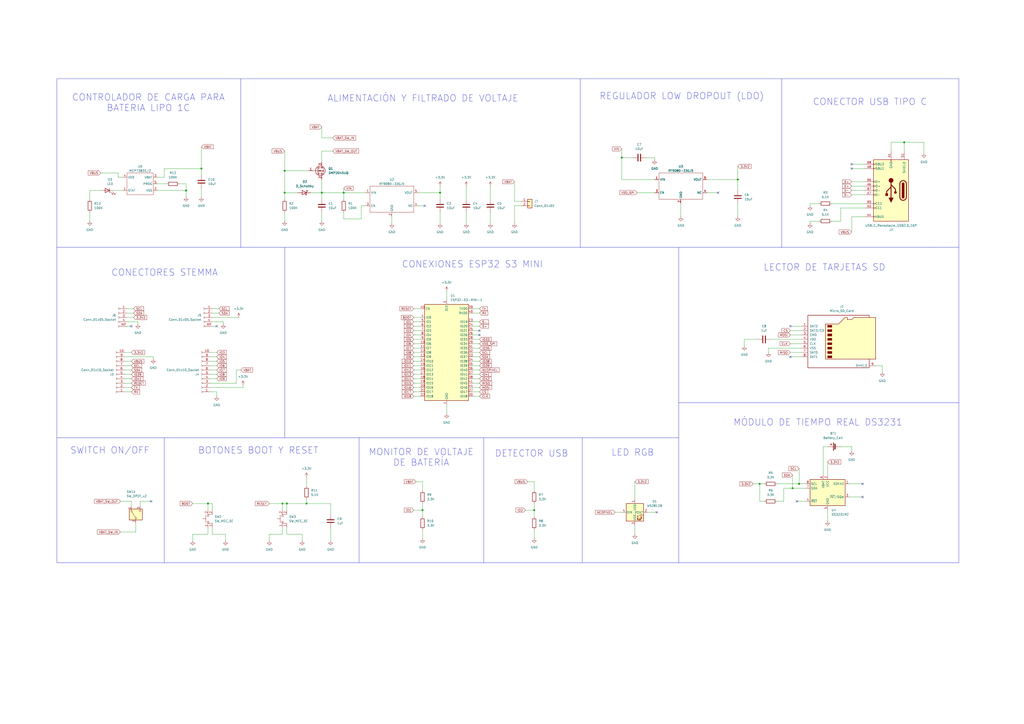
<source format=kicad_sch>
(kicad_sch (version 20231120) (generator "eeschema") (generator_version "8.0")
  (paper "A2")
  (lib_symbols
    (symbol "Bee-Data-Logger-library:MCP73831/2"
      (property "Reference" "U" (at 0 8.128 0))
      (symbol "MCP73831/2_1_1"
        (pin input line (at -10.16 -3.81 0) (length 2.54) (name "STAT") (number "1"))
        (pin input line (at 10.16 -3.81 180) (length 2.54) (name "VSS") (number "2"))
        (pin input line (at 10.16 3.81 180) (length 2.54) (name "VBAT") (number "3"))
        (pin input line (at -10.16 3.81 0) (length 2.54) (name "VDD") (number "4"))
        (pin input line (at 10.16 0 180) (length 2.54) (name "PROG") (number "5"))
      )
    )
    (symbol "Bee-Data-Logger-library:rt9080-33GJ5"
      (property "Reference" "U" (at 0 1.524 0))
      (symbol "rt9080-33GJ5_1_1"
        (pin input line (at -15.24 3.81 0) (length 2.54) (name "VIN") (number "1"))
        (pin input line (at 0 -10.16 90) (length 2.54) (name "GND") (number "2"))
        (pin input line (at -15.24 -3.81 0) (length 2.54) (name "EN") (number "3"))
        (pin input line (at 15.24 -3.81 180) (length 2.54) (name "NC") (number "4"))
        (pin input line (at 15.24 3.81 180) (length 2.54) (name "VOUT") (number "5"))
      )
    )
    (symbol "Conn_01x05_Socket_1" (pin_names (offset 1.016) hide)
      (property "Reference" "J8" (at 1.27 1.2701 0))
      (property "Value" "Conn_01x05_Socket" (at 1.27 -1.2699 0))
      (symbol "Conn_01x05_Socket_1_1_1"
        (pin passive line (at -5.08 5.08 0) (length 3.81) (name "Pin_1") (number "1"))
        (pin passive line (at -5.08 2.54 0) (length 3.81) (name "Pin_2") (number "2"))
        (pin passive line (at -5.08 0 0) (length 3.81) (name "Pin_3") (number "3"))
        (pin passive line (at -5.08 -2.54 0) (length 3.81) (name "Pin_4") (number "4"))
        (pin passive line (at -5.08 -5.08 0) (length 3.81) (name "Pin_5") (number "MP"))
      )
    )
    (symbol "Connector:Conn_01x05_Socket" (pin_names (offset 1.016) hide)
      (property "Reference" "J5" (at 1.27 1.2701 0))
      (property "Value" "Conn_01x05_Socket" (at 1.27 -1.2699 0))
      (symbol "Conn_01x05_Socket_1_1"
        (pin passive line (at -5.08 5.08 0) (length 3.81) (name "Pin_1") (number "1"))
        (pin passive line (at -5.08 2.54 0) (length 3.81) (name "Pin_2") (number "2"))
        (pin passive line (at -5.08 0 0) (length 3.81) (name "Pin_3") (number "3"))
        (pin passive line (at -5.08 -2.54 0) (length 3.81) (name "Pin_4") (number "4"))
        (pin passive line (at -5.08 -5.08 0) (length 3.81) (name "Pin_5") (number "MP"))
      )
    )
    (symbol "Connector:Conn_01x10_Socket" (pin_names (offset 1.016) hide)
      (property "Reference" "J" (at 0 12.7 0))
      (property "Value" "Conn_01x10_Socket" (at 0 -15.24 0))
      (symbol "Conn_01x10_Socket_1_1"
        (pin passive line (at -5.08 10.16 0) (length 3.81) (name "Pin_1") (number "1"))
        (pin passive line (at -5.08 -12.7 0) (length 3.81) (name "Pin_10") (number "10"))
        (pin passive line (at -5.08 7.62 0) (length 3.81) (name "Pin_2") (number "2"))
        (pin passive line (at -5.08 5.08 0) (length 3.81) (name "Pin_3") (number "3"))
        (pin passive line (at -5.08 2.54 0) (length 3.81) (name "Pin_4") (number "4"))
        (pin passive line (at -5.08 0 0) (length 3.81) (name "Pin_5") (number "5"))
        (pin passive line (at -5.08 -2.54 0) (length 3.81) (name "Pin_6") (number "6"))
        (pin passive line (at -5.08 -5.08 0) (length 3.81) (name "Pin_7") (number "7"))
        (pin passive line (at -5.08 -7.62 0) (length 3.81) (name "Pin_8") (number "8"))
        (pin passive line (at -5.08 -10.16 0) (length 3.81) (name "Pin_9") (number "9"))
      )
    )
    (symbol "Connector:Micro_SD_Card" (pin_names (offset 1.016))
      (property "Reference" "J" (at -16.51 15.24 0))
      (property "Value" "Micro_SD_Card" (at 16.51 15.24 0))
      (symbol "Micro_SD_Card_1_1"
        (pin bidirectional line (at -22.86 7.62 0) (length 3.81) (name "DAT2") (number "1"))
        (pin bidirectional line (at -22.86 5.08 0) (length 3.81) (name "DAT3/CD") (number "2"))
        (pin input line (at -22.86 2.54 0) (length 3.81) (name "CMD") (number "3"))
        (pin power_in line (at -22.86 0 0) (length 3.81) (name "VDD") (number "4"))
        (pin input line (at -22.86 -2.54 0) (length 3.81) (name "CLK") (number "5"))
        (pin power_in line (at -22.86 -5.08 0) (length 3.81) (name "VSS") (number "6"))
        (pin bidirectional line (at -22.86 -7.62 0) (length 3.81) (name "DAT0") (number "7"))
        (pin bidirectional line (at -22.86 -10.16 0) (length 3.81) (name "DAT1") (number "8"))
        (pin passive line (at 20.32 -15.24 180) (length 3.81) (name "SHIELD") (number "9"))
      )
    )
    (symbol "Connector:USB_C_Receptacle_USB2.0_16P" (pin_names (offset 1.016))
      (property "Reference" "J" (at 0 22.225 0))
      (property "Value" "USB_C_Receptacle_USB2.0_16P" (at 0 19.685 0))
      (symbol "USB_C_Receptacle_USB2.0_16P_1_1"
        (pin passive line (at 0 -22.86 90) (length 5.08) (name "GND") (number "A1"))
        (pin passive line (at 0 -22.86 90) (length 5.08) hide (name "GND") (number "A12"))
        (pin passive line (at 15.24 15.24 180) (length 5.08) (name "VBUS") (number "A4"))
        (pin bidirectional line (at 15.24 10.16 180) (length 5.08) (name "CC1") (number "A5"))
        (pin bidirectional line (at 15.24 -2.54 180) (length 5.08) (name "D+") (number "A6"))
        (pin bidirectional line (at 15.24 2.54 180) (length 5.08) (name "D-") (number "A7"))
        (pin bidirectional line (at 15.24 -12.7 180) (length 5.08) (name "SBU1") (number "A8"))
        (pin passive line (at 15.24 15.24 180) (length 5.08) hide (name "VBUS") (number "A9"))
        (pin passive line (at 0 -22.86 90) (length 5.08) hide (name "GND") (number "B1"))
        (pin passive line (at 0 -22.86 90) (length 5.08) hide (name "GND") (number "B12"))
        (pin passive line (at 15.24 15.24 180) (length 5.08) hide (name "VBUS") (number "B4"))
        (pin bidirectional line (at 15.24 7.62 180) (length 5.08) (name "CC2") (number "B5"))
        (pin bidirectional line (at 15.24 -5.08 180) (length 5.08) (name "D+") (number "B6"))
        (pin bidirectional line (at 15.24 0 180) (length 5.08) (name "D-") (number "B7"))
        (pin bidirectional line (at 15.24 -15.24 180) (length 5.08) (name "SBU2") (number "B8"))
        (pin passive line (at 15.24 15.24 180) (length 5.08) hide (name "VBUS") (number "B9"))
        (pin passive line (at -7.62 -22.86 90) (length 5.08) (name "SHIELD") (number "S1"))
      )
    )
    (symbol "Connector_Generic:Conn_01x02" (pin_names (offset 1.016) hide)
      (property "Reference" "J" (at 0 2.54 0))
      (property "Value" "Conn_01x02" (at 0 -5.08 0))
      (symbol "Conn_01x02_1_1"
        (pin passive line (at -5.08 0 0) (length 3.81) (name "Pin_1") (number "1"))
        (pin passive line (at -5.08 -2.54 0) (length 3.81) (name "Pin_2") (number "2"))
      )
    )
    (symbol "Device:Battery_Cell" (pin_numbers hide) (pin_names (offset 0) hide)
      (property "Reference" "BT" (at 2.54 2.54 0))
      (property "Value" "Battery_Cell" (at 2.54 0 0))
      (symbol "Battery_Cell_1_1"
        (pin passive line (at 0 5.08 270) (length 2.54) (name "+") (number "1"))
        (pin passive line (at 0 -2.54 90) (length 2.54) (name "-") (number "2"))
      )
    )
    (symbol "Device:C" (pin_numbers hide) (pin_names (offset 0.254))
      (property "Reference" "C" (at 0.635 2.54 0))
      (property "Value" "C" (at 0.635 -2.54 0))
      (symbol "C_1_1"
        (pin passive line (at 0 3.81 270) (length 2.794) (name "~") (number "1"))
        (pin passive line (at 0 -3.81 90) (length 2.794) (name "~") (number "2"))
      )
    )
    (symbol "Device:D_Schottky" (pin_numbers hide) (pin_names (offset 1.016) hide)
      (property "Reference" "D" (at 0 2.54 0))
      (property "Value" "D_Schottky" (at 0 -2.54 0))
      (symbol "D_Schottky_1_1"
        (pin passive line (at -3.81 0 0) (length 2.54) (name "K") (number "1"))
        (pin passive line (at 3.81 0 180) (length 2.54) (name "A") (number "2"))
      )
    )
    (symbol "Device:LED" (pin_numbers hide) (pin_names (offset 1.016) hide)
      (property "Reference" "D" (at 0 2.54 0))
      (property "Value" "LED" (at 0 -2.54 0))
      (symbol "LED_1_1"
        (pin passive line (at -3.81 0 0) (length 2.54) (name "K") (number "1"))
        (pin passive line (at 3.81 0 180) (length 2.54) (name "A") (number "2"))
      )
    )
    (symbol "Device:R" (pin_numbers hide) (pin_names (offset 0))
      (property "Reference" "R" (at 2.032 0 90))
      (property "Value" "R" (at 0 0 90))
      (symbol "R_1_1"
        (pin passive line (at 0 3.81 270) (length 1.27) (name "~") (number "1"))
        (pin passive line (at 0 -3.81 90) (length 1.27) (name "~") (number "2"))
      )
    )
    (symbol "LED:WS2812B" (pin_names (offset 0.254))
      (property "Reference" "D" (at 5.08 5.715 0))
      (property "Value" "WS2812B" (at 1.27 -5.715 0))
      (symbol "WS2812B_0_0"
        (text "RGB" (at 2.286 -4.191 0) (effects (font (size 0.762 0.762))))
      )
      (symbol "WS2812B_1_1"
        (pin power_in line (at 0 7.62 270) (length 2.54) (name "VDD") (number "1"))
        (pin output line (at 7.62 0 180) (length 2.54) (name "DOUT") (number "2"))
        (pin power_in line (at 0 -7.62 90) (length 2.54) (name "VSS") (number "3"))
        (pin input line (at -7.62 0 0) (length 2.54) (name "DIN") (number "4"))
      )
    )
    (symbol "RF_Module:ESP32-S3-MINI-1"
      (property "Reference" "U" (at -11.43 29.21 0))
      (property "Value" "ESP32-S3-MINI-1" (at 12.7 29.21 0))
      (symbol "ESP32-S3-MINI-1_1_1"
        (pin power_in line (at 0 -30.48 90) (length 2.54) (name "GND") (number "1"))
        (pin bidirectional line (at -15.24 5.08 0) (length 2.54) (name "IO6") (number "10"))
        (pin bidirectional line (at -15.24 2.54 0) (length 2.54) (name "IO7") (number "11"))
        (pin bidirectional line (at -15.24 0 0) (length 2.54) (name "IO8") (number "12"))
        (pin bidirectional line (at -15.24 -2.54 0) (length 2.54) (name "IO9") (number "13"))
        (pin bidirectional line (at -15.24 -5.08 0) (length 2.54) (name "IO10") (number "14"))
        (pin bidirectional line (at -15.24 -7.62 0) (length 2.54) (name "IO11") (number "15"))
        (pin bidirectional line (at -15.24 -10.16 0) (length 2.54) (name "IO12") (number "16"))
        (pin bidirectional line (at -15.24 -12.7 0) (length 2.54) (name "IO13") (number "17"))
        (pin bidirectional line (at -15.24 -15.24 0) (length 2.54) (name "IO14") (number "18"))
        (pin bidirectional line (at -15.24 -17.78 0) (length 2.54) (name "IO15") (number "19"))
        (pin passive line (at 0 -30.48 90) (length 2.54) hide (name "GND") (number "2"))
        (pin bidirectional line (at -15.24 -20.32 0) (length 2.54) (name "IO16") (number "20"))
        (pin bidirectional line (at -15.24 -22.86 0) (length 2.54) (name "IO17") (number "21"))
        (pin bidirectional line (at -15.24 -25.4 0) (length 2.54) (name "IO18") (number "22"))
        (pin bidirectional line (at 15.24 17.78 180) (length 2.54) (name "IO19") (number "23"))
        (pin bidirectional line (at 15.24 15.24 180) (length 2.54) (name "IO20") (number "24"))
        (pin bidirectional line (at 15.24 12.7 180) (length 2.54) (name "IO21") (number "25"))
        (pin bidirectional line (at 15.24 10.16 180) (length 2.54) (name "IO26") (number "26"))
        (pin bidirectional line (at 15.24 -22.86 180) (length 2.54) (name "IO47") (number "27"))
        (pin bidirectional line (at 15.24 7.62 180) (length 2.54) (name "IO33") (number "28"))
        (pin bidirectional line (at 15.24 5.08 180) (length 2.54) (name "IO34") (number "29"))
        (pin power_in line (at 0 30.48 270) (length 2.54) (name "3V3") (number "3"))
        (pin bidirectional line (at 15.24 -25.4 180) (length 2.54) (name "IO48") (number "30"))
        (pin bidirectional line (at 15.24 2.54 180) (length 2.54) (name "IO35") (number "31"))
        (pin bidirectional line (at 15.24 0 180) (length 2.54) (name "IO36") (number "32"))
        (pin bidirectional line (at 15.24 -2.54 180) (length 2.54) (name "IO37") (number "33"))
        (pin bidirectional line (at 15.24 -5.08 180) (length 2.54) (name "IO38") (number "34"))
        (pin bidirectional line (at 15.24 -7.62 180) (length 2.54) (name "IO39") (number "35"))
        (pin bidirectional line (at 15.24 -10.16 180) (length 2.54) (name "IO40") (number "36"))
        (pin bidirectional line (at 15.24 -12.7 180) (length 2.54) (name "IO41") (number "37"))
        (pin bidirectional line (at 15.24 -15.24 180) (length 2.54) (name "IO42") (number "38"))
        (pin bidirectional line (at 15.24 25.4 180) (length 2.54) (name "TXD0") (number "39"))
        (pin bidirectional line (at -15.24 20.32 0) (length 2.54) (name "IO0") (number "4"))
        (pin bidirectional line (at 15.24 22.86 180) (length 2.54) (name "RXD0") (number "40"))
        (pin bidirectional line (at 15.24 -17.78 180) (length 2.54) (name "IO45") (number "41"))
        (pin passive line (at 0 -30.48 90) (length 2.54) hide (name "GND") (number "42"))
        (pin passive line (at 0 -30.48 90) (length 2.54) hide (name "GND") (number "43"))
        (pin bidirectional line (at 15.24 -20.32 180) (length 2.54) (name "IO46") (number "44"))
        (pin input line (at -15.24 25.4 0) (length 2.54) (name "EN") (number "45"))
        (pin passive line (at 0 -30.48 90) (length 2.54) hide (name "GND") (number "46"))
        (pin passive line (at 0 -30.48 90) (length 2.54) hide (name "GND") (number "47"))
        (pin passive line (at 0 -30.48 90) (length 2.54) hide (name "GND") (number "48"))
        (pin passive line (at 0 -30.48 90) (length 2.54) hide (name "GND") (number "49"))
        (pin bidirectional line (at -15.24 17.78 0) (length 2.54) (name "IO1") (number "5"))
        (pin passive line (at 0 -30.48 90) (length 2.54) hide (name "GND") (number "50"))
        (pin passive line (at 0 -30.48 90) (length 2.54) hide (name "GND") (number "51"))
        (pin passive line (at 0 -30.48 90) (length 2.54) hide (name "GND") (number "52"))
        (pin passive line (at 0 -30.48 90) (length 2.54) hide (name "GND") (number "53"))
        (pin passive line (at 0 -30.48 90) (length 2.54) hide (name "GND") (number "54"))
        (pin passive line (at 0 -30.48 90) (length 2.54) hide (name "GND") (number "55"))
        (pin passive line (at 0 -30.48 90) (length 2.54) hide (name "GND") (number "56"))
        (pin passive line (at 0 -30.48 90) (length 2.54) hide (name "GND") (number "57"))
        (pin passive line (at 0 -30.48 90) (length 2.54) hide (name "GND") (number "58"))
        (pin passive line (at 0 -30.48 90) (length 2.54) hide (name "GND") (number "59"))
        (pin bidirectional line (at -15.24 15.24 0) (length 2.54) (name "IO2") (number "6"))
        (pin passive line (at 0 -30.48 90) (length 2.54) hide (name "GND") (number "60"))
        (pin passive line (at 0 -30.48 90) (length 2.54) hide (name "GND") (number "61"))
        (pin passive line (at 0 -30.48 90) (length 2.54) hide (name "GND") (number "62"))
        (pin passive line (at 0 -30.48 90) (length 2.54) hide (name "GND") (number "63"))
        (pin passive line (at 0 -30.48 90) (length 2.54) hide (name "GND") (number "64"))
        (pin passive line (at 0 -30.48 90) (length 2.54) hide (name "GND") (number "65"))
        (pin bidirectional line (at -15.24 12.7 0) (length 2.54) (name "IO3") (number "7"))
        (pin bidirectional line (at -15.24 10.16 0) (length 2.54) (name "IO4") (number "8"))
        (pin bidirectional line (at -15.24 7.62 0) (length 2.54) (name "IO5") (number "9"))
      )
    )
    (symbol "SW_MEC_5E_1" (pin_names (offset 1.016) hide)
      (property "Reference" "SW2" (at 1.2701 -1.27 90))
      (property "Value" "SW_MEC_5E" (at -1.2699 -1.27 90))
      (symbol "SW_MEC_5E_1_0_1"
        (pin passive line (at -5.08 2.54 0) (length 2.54) (name "1") (number "1"))
      )
      (symbol "SW_MEC_5E_1_1_1"
        (pin passive line (at -5.08 0 0) (length 2.54) (name "1") (number "1"))
        (pin passive line (at 5.08 0 180) (length 2.54) (name "2") (number "2"))
        (pin passive line (at 5.08 2.54 180) (length 2.54) (name "2") (number "2"))
      )
    )
    (symbol "Switch:SW_DPDT_x2" (pin_names (offset 0) hide)
      (property "Reference" "SW" (at 0 5.08 0))
      (property "Value" "SW_DPDT_x2" (at 0 -5.08 0))
      (symbol "SW_DPDT_x2_1_1"
        (pin passive line (at 5.08 2.54 180) (length 2.54) (name "A") (number "1"))
        (pin passive line (at -5.08 0 0) (length 2.54) (name "B") (number "2"))
        (pin passive line (at 5.08 -2.54 180) (length 2.54) (name "C") (number "3"))
      )
      (symbol "SW_DPDT_x2_2_1"
        (pin passive line (at 5.08 2.54 180) (length 2.54) (name "A") (number "4"))
        (pin passive line (at -5.08 0 0) (length 2.54) (name "B") (number "5"))
        (pin passive line (at 5.08 -2.54 180) (length 2.54) (name "C") (number "6"))
      )
    )
    (symbol "Switch:SW_MEC_5E" (pin_names (offset 1.016) hide)
      (property "Reference" "SW3" (at 1.2701 -1.27 90))
      (property "Value" "SW_MEC_5E" (at -1.2699 -1.27 90))
      (symbol "SW_MEC_5E_0_1"
        (pin passive line (at -5.08 2.54 0) (length 2.54) (name "1") (number "1"))
      )
      (symbol "SW_MEC_5E_1_1"
        (pin passive line (at -5.08 0 0) (length 2.54) (name "1") (number "1"))
        (pin passive line (at 5.08 0 180) (length 2.54) (name "2") (number "2"))
        (pin passive line (at 5.08 2.54 180) (length 2.54) (name "2") (number "2"))
      )
    )
    (symbol "Timer_RTC:DS3231MZ"
      (property "Reference" "U" (at -7.62 8.89 0))
      (property "Value" "DS3231MZ" (at 11.43 8.89 0))
      (symbol "DS3231MZ_1_1"
        (pin open_collector line (at 12.7 5.08 180) (length 2.54) (name "32KHZ") (number "1"))
        (pin power_in line (at 0 10.16 270) (length 2.54) (name "VCC") (number "2"))
        (pin open_collector line (at 12.7 -2.54 180) (length 2.54) (name "~{INT}/SQW") (number "3"))
        (pin bidirectional line (at -12.7 -5.08 0) (length 2.54) (name "~{RST}") (number "4"))
        (pin power_in line (at 0 -10.16 90) (length 2.54) (name "GND") (number "5"))
        (pin power_in line (at -2.54 10.16 270) (length 2.54) (name "VBAT") (number "6"))
        (pin bidirectional line (at -12.7 2.54 0) (length 2.54) (name "SDA") (number "7"))
        (pin input line (at -12.7 5.08 0) (length 2.54) (name "SCL") (number "8"))
      )
    )
    (symbol "Transistor_FET:AO3401A" (pin_names hide)
      (property "Reference" "Q" (at 5.08 1.905 0))
      (property "Value" "AO3401A" (at 5.08 0 0))
      (symbol "AO3401A_1_1"
        (pin input line (at -5.08 0 0) (length 2.54) (name "G") (number "1"))
        (pin passive line (at 2.54 -5.08 90) (length 2.54) (name "S") (number "2"))
        (pin passive line (at 2.54 5.08 270) (length 2.54) (name "D") (number "3"))
      )
    )
    (symbol "power:+3.3V" (power) (pin_numbers hide) (pin_names (offset 0) hide)
      (property "Value" "+3.3V" (at 0 3.556 0))
      (symbol "+3.3V_1_1"
        (pin power_in line (at 0 0 90) (length 0) (name "~") (number "1"))
      )
    )
    (symbol "power:GND" (power) (pin_numbers hide) (pin_names (offset 0) hide)
      (property "Value" "GND" (at 0 -3.81 0))
      (symbol "GND_1_1"
        (pin power_in line (at 0 0 270) (length 0) (name "~") (number "1"))
      )
    )
    (symbol "rt9080-33GJ5_1"
      (property "Reference" "U3" (at 0 11.43 0))
      (property "Value" "~" (at 0 8.89 0))
      (symbol "rt9080-33GJ5_1_1_1"
        (pin input line (at -15.24 3.81 0) (length 2.54) (name "VIN") (number "1"))
        (pin input line (at 0 -10.16 90) (length 2.54) (name "GND") (number "2"))
        (pin input line (at -15.24 -3.81 0) (length 2.54) (name "EN") (number "3"))
        (pin input line (at 15.24 -3.81 180) (length 2.54) (name "NC") (number "4"))
        (pin input line (at 15.24 3.81 180) (length 2.54) (name "VOUT") (number "5"))
      )
    )
  )
  (junction (at 166.37 292.1))
  (junction (at 245.11 295.91))
  (junction (at 165.1 99.06))
  (junction (at 427.99 104.14))
  (junction (at 524.51 82.55))
  (junction (at 440.69 280.67))
  (junction (at 199.39 111.76))
  (junction (at 107.95 110.49))
  (junction (at 309.88 295.91))
  (junction (at 463.55 280.67))
  (junction (at 165.1 111.76))
  (junction (at 163.83 292.1))
  (junction (at 116.84 97.79))
  (junction (at 177.8 292.1))
  (junction (at 360.68 91.44))
  (junction (at 255.27 111.76))
  (junction (at 186.69 111.76))
  (junction (at 120.65 292.1))
  (junction (at 459.74 283.21))
  (no_connect (at 278.13 191.77))
  (no_connect (at 246.38 119.38))
  (no_connect (at 458.47 189.23))
  (no_connect (at 87.63 290.83))
  (no_connect (at 500.38 288.29))
  (no_connect (at 381 297.18))
  (no_connect (at 125.73 189.23))
  (no_connect (at 278.13 194.31))
  (no_connect (at 494.03 97.79))
  (no_connect (at 500.38 280.67))
  (no_connect (at 416.56 111.76))
  (no_connect (at 462.28 290.83))
  (no_connect (at 494.03 95.25))
  (no_connect (at 458.47 207.01))
  (no_connect (at 76.2 189.23))
  (wire (pts (xy 360.68 91.44) (xy 367.03 91.44)))
  (wire (pts (xy 431.8 196.85) (xy 431.8 200.66)))
  (wire (pts (xy 274.32 204.47) (xy 278.13 204.47)))
  (wire (pts (xy 259.08 168.91) (xy 259.08 173.99)))
  (wire (pts (xy 274.32 191.77) (xy 278.13 191.77)))
  (wire (pts (xy 163.83 292.1) (xy 166.37 292.1)))
  (wire (pts (xy 240.03 219.71) (xy 243.84 219.71)))
  (wire (pts (xy 309.88 279.4) (xy 309.88 284.48)))
  (wire (pts (xy 186.69 115.57) (xy 186.69 111.76)))
  (wire (pts (xy 494.03 110.49) (xy 501.65 110.49)))
  (wire (pts (xy 191.77 292.1) (xy 177.8 292.1)))
  (wire (pts (xy 240.03 199.39) (xy 243.84 199.39)))
  (wire (pts (xy 180.34 111.76) (xy 186.69 111.76)))
  (wire (pts (xy 240.03 186.69) (xy 243.84 186.69)))
  (polyline (pts (xy 165.1 143.51) (xy 165.1 254)))
  (wire (pts (xy 186.69 87.63) (xy 193.04 87.63)))
  (wire (pts (xy 462.28 290.83) (xy 467.36 290.83)))
  (wire (pts (xy 240.03 209.55) (xy 243.84 209.55)))
  (wire (pts (xy 255.27 107.95) (xy 255.27 111.76)))
  (wire (pts (xy 209.55 127) (xy 199.39 127)))
  (wire (pts (xy 240.03 194.31) (xy 243.84 194.31)))
  (wire (pts (xy 427.99 118.11) (xy 427.99 125.73)))
  (wire (pts (xy 240.03 224.79) (xy 243.84 224.79)))
  (wire (pts (xy 186.69 93.98) (xy 186.69 87.63)))
  (wire (pts (xy 166.37 309.88) (xy 175.26 309.88)))
  (wire (pts (xy 121.92 212.09) (xy 125.73 212.09)))
  (polyline (pts (xy 541.02 143.51) (xy 556.26 143.51)))
  (wire (pts (xy 121.92 204.47) (xy 125.73 204.47)))
  (wire (pts (xy 156.21 309.88) (xy 163.83 309.88)))
  (wire (pts (xy 458.47 189.23) (xy 464.82 189.23)))
  (wire (pts (xy 309.88 307.34) (xy 309.88 312.42)))
  (wire (pts (xy 68.58 102.87) (xy 68.58 100.33)))
  (polyline (pts (xy 33.02 143.51) (xy 139.7 143.51)))
  (wire (pts (xy 91.44 110.49) (xy 107.95 110.49)))
  (wire (pts (xy 72.39 209.55) (xy 76.2 209.55)))
  (wire (pts (xy 427.99 96.52) (xy 427.99 104.14)))
  (wire (pts (xy 123.19 292.1) (xy 120.65 292.1)))
  (polyline (pts (xy 336.55 45.72) (xy 336.55 143.51)))
  (wire (pts (xy 511.81 212.09) (xy 511.81 215.9)))
  (wire (pts (xy 199.39 111.76) (xy 212.09 111.76)))
  (wire (pts (xy 240.03 201.93) (xy 243.84 201.93)))
  (wire (pts (xy 123.19 306.07) (xy 123.19 309.88)))
  (polyline (pts (xy 139.7 45.72) (xy 139.7 143.51)))
  (wire (pts (xy 494.03 113.03) (xy 501.65 113.03)))
  (wire (pts (xy 121.92 209.55) (xy 125.73 209.55)))
  (wire (pts (xy 72.39 207.01) (xy 88.9 207.01)))
  (wire (pts (xy 123.19 181.61) (xy 127 181.61)))
  (wire (pts (xy 91.44 106.68) (xy 96.52 106.68)))
  (wire (pts (xy 298.45 116.84) (xy 298.45 105.41)))
  (polyline (pts (xy 453.39 45.72) (xy 453.39 143.51)))
  (wire (pts (xy 356.87 297.18) (xy 360.68 297.18)))
  (wire (pts (xy 454.66 283.21) (xy 454.66 290.83)))
  (wire (pts (xy 209.55 119.38) (xy 209.55 127)))
  (wire (pts (xy 494.03 97.79) (xy 501.65 97.79)))
  (wire (pts (xy 73.66 184.15) (xy 77.47 184.15)))
  (wire (pts (xy 274.32 212.09) (xy 278.13 212.09)))
  (wire (pts (xy 165.1 123.19) (xy 165.1 128.27)))
  (wire (pts (xy 95.25 97.79) (xy 116.84 97.79)))
  (wire (pts (xy 72.39 219.71) (xy 76.2 219.71)))
  (wire (pts (xy 116.84 109.22) (xy 116.84 114.3)))
  (wire (pts (xy 116.84 85.09) (xy 116.84 97.79)))
  (wire (pts (xy 508 212.09) (xy 511.81 212.09)))
  (wire (pts (xy 186.69 123.19) (xy 186.69 128.27)))
  (wire (pts (xy 463.55 280.67) (xy 467.36 280.67)))
  (wire (pts (xy 368.3 279.4) (xy 368.3 289.56)))
  (wire (pts (xy 120.65 306.07) (xy 120.65 309.88)))
  (wire (pts (xy 156.21 292.1) (xy 163.83 292.1)))
  (wire (pts (xy 76.2 293.37) (xy 76.2 290.83)))
  (wire (pts (xy 255.27 123.19) (xy 255.27 129.54)))
  (wire (pts (xy 166.37 295.91) (xy 166.37 292.1)))
  (wire (pts (xy 274.32 229.87) (xy 278.13 229.87)))
  (wire (pts (xy 494.03 95.25) (xy 501.65 95.25)))
  (wire (pts (xy 524.51 82.55) (xy 524.51 87.63)))
  (wire (pts (xy 245.11 279.4) (xy 241.3 279.4)))
  (wire (pts (xy 52.07 123.19) (xy 52.07 128.27)))
  (wire (pts (xy 274.32 224.79) (xy 278.13 224.79)))
  (wire (pts (xy 186.69 111.76) (xy 199.39 111.76)))
  (wire (pts (xy 121.92 219.71) (xy 125.73 219.71)))
  (wire (pts (xy 274.32 186.69) (xy 278.13 186.69)))
  (wire (pts (xy 111.76 309.88) (xy 111.76 313.69)))
  (wire (pts (xy 469.9 128.27) (xy 469.9 129.54)))
  (wire (pts (xy 474.98 118.11) (xy 469.9 118.11)))
  (wire (pts (xy 73.66 186.69) (xy 80.01 186.69)))
  (wire (pts (xy 467.36 283.21) (xy 459.74 283.21)))
  (polyline (pts (xy 95.25 254) (xy 95.25 326.39)))
  (wire (pts (xy 78.74 303.53) (xy 78.74 308.61)))
  (wire (pts (xy 199.39 109.22) (xy 199.39 111.76)))
  (wire (pts (xy 494.03 105.41) (xy 501.65 105.41)))
  (wire (pts (xy 458.47 204.47) (xy 464.82 204.47)))
  (wire (pts (xy 123.19 309.88) (xy 130.81 309.88)))
  (wire (pts (xy 240.03 184.15) (xy 243.84 184.15)))
  (wire (pts (xy 199.39 111.76) (xy 199.39 115.57)))
  (wire (pts (xy 111.76 292.1) (xy 120.65 292.1)))
  (wire (pts (xy 274.32 196.85) (xy 278.13 196.85)))
  (wire (pts (xy 120.65 292.1) (xy 120.65 295.91)))
  (wire (pts (xy 298.45 119.38) (xy 302.26 119.38)))
  (wire (pts (xy 274.32 179.07) (xy 278.13 179.07)))
  (wire (pts (xy 445.77 201.93) (xy 445.77 204.47)))
  (wire (pts (xy 242.57 111.76) (xy 255.27 111.76)))
  (wire (pts (xy 165.1 111.76) (xy 165.1 115.57)))
  (wire (pts (xy 81.28 290.83) (xy 87.63 290.83)))
  (wire (pts (xy 240.03 214.63) (xy 243.84 214.63)))
  (wire (pts (xy 454.66 290.83) (xy 450.85 290.83)))
  (wire (pts (xy 107.95 106.68) (xy 107.95 110.49)))
  (polyline (pts (xy 393.7 233.68) (xy 556.26 233.68)))
  (wire (pts (xy 274.32 217.17) (xy 278.13 217.17)))
  (wire (pts (xy 73.66 179.07) (xy 77.47 179.07)))
  (wire (pts (xy 193.04 80.01) (xy 186.69 80.01)))
  (wire (pts (xy 191.77 298.45) (xy 191.77 292.1)))
  (wire (pts (xy 274.32 209.55) (xy 278.13 209.55)))
  (wire (pts (xy 165.1 87.63) (xy 165.1 99.06)))
  (wire (pts (xy 445.77 201.93) (xy 464.82 201.93)))
  (wire (pts (xy 240.03 229.87) (xy 243.84 229.87)))
  (wire (pts (xy 137.16 222.25) (xy 137.16 214.63)))
  (wire (pts (xy 165.1 99.06) (xy 165.1 111.76)))
  (polyline (pts (xy 208.28 254) (xy 393.7 254)))
  (wire (pts (xy 480.06 295.91) (xy 480.06 302.26)))
  (wire (pts (xy 270.51 123.19) (xy 270.51 129.54)))
  (wire (pts (xy 304.8 295.91) (xy 309.88 295.91)))
  (wire (pts (xy 360.68 91.44) (xy 360.68 86.36)))
  (wire (pts (xy 191.77 306.07) (xy 191.77 313.69)))
  (wire (pts (xy 129.54 186.69) (xy 129.54 187.96)))
  (wire (pts (xy 480.06 267.97) (xy 480.06 275.59)))
  (wire (pts (xy 302.26 116.84) (xy 298.45 116.84)))
  (wire (pts (xy 58.42 110.49) (xy 52.07 110.49)))
  (wire (pts (xy 72.39 227.33) (xy 76.2 227.33)))
  (wire (pts (xy 369.57 111.76) (xy 379.73 111.76)))
  (wire (pts (xy 156.21 313.69) (xy 156.21 309.88)))
  (wire (pts (xy 52.07 110.49) (xy 52.07 115.57)))
  (wire (pts (xy 163.83 309.88) (xy 163.83 306.07)))
  (wire (pts (xy 450.85 280.67) (xy 463.55 280.67)))
  (wire (pts (xy 179.07 99.06) (xy 165.1 99.06)))
  (wire (pts (xy 501.65 125.73) (xy 494.03 125.73)))
  (wire (pts (xy 240.03 222.25) (xy 243.84 222.25)))
  (wire (pts (xy 121.92 214.63) (xy 125.73 214.63)))
  (wire (pts (xy 436.88 280.67) (xy 440.69 280.67)))
  (wire (pts (xy 73.66 181.61) (xy 77.47 181.61)))
  (wire (pts (xy 535.94 82.55) (xy 535.94 88.9)))
  (wire (pts (xy 240.03 227.33) (xy 243.84 227.33)))
  (wire (pts (xy 72.39 222.25) (xy 76.2 222.25)))
  (wire (pts (xy 439.42 196.85) (xy 431.8 196.85)))
  (wire (pts (xy 379.73 91.44) (xy 379.73 92.71)))
  (wire (pts (xy 88.9 207.01) (xy 88.9 208.28)))
  (wire (pts (xy 368.3 304.8) (xy 368.3 309.88)))
  (wire (pts (xy 107.95 110.49) (xy 107.95 114.3)))
  (wire (pts (xy 240.03 196.85) (xy 243.84 196.85)))
  (wire (pts (xy 240.03 212.09) (xy 243.84 212.09)))
  (polyline (pts (xy 208.28 326.39) (xy 208.28 254)))
  (wire (pts (xy 240.03 189.23) (xy 243.84 189.23)))
  (wire (pts (xy 242.57 119.38) (xy 246.38 119.38)))
  (wire (pts (xy 274.32 207.01) (xy 278.13 207.01)))
  (wire (pts (xy 458.47 207.01) (xy 464.82 207.01)))
  (wire (pts (xy 274.32 201.93) (xy 278.13 201.93)))
  (wire (pts (xy 410.21 111.76) (xy 416.56 111.76)))
  (wire (pts (xy 121.92 217.17) (xy 125.73 217.17)))
  (wire (pts (xy 72.39 217.17) (xy 76.2 217.17)))
  (wire (pts (xy 440.69 290.83) (xy 440.69 280.67)))
  (wire (pts (xy 482.6 118.11) (xy 501.65 118.11)))
  (wire (pts (xy 123.19 184.15) (xy 138.43 184.15)))
  (wire (pts (xy 379.73 104.14) (xy 360.68 104.14)))
  (wire (pts (xy 95.25 102.87) (xy 95.25 97.79)))
  (wire (pts (xy 121.92 224.79) (xy 140.97 224.79)))
  (wire (pts (xy 458.47 199.39) (xy 464.82 199.39)))
  (wire (pts (xy 494.03 259.08) (xy 494.03 261.62)))
  (wire (pts (xy 166.37 292.1) (xy 177.8 292.1)))
  (wire (pts (xy 68.58 100.33) (xy 58.42 100.33)))
  (wire (pts (xy 240.03 295.91) (xy 245.11 295.91)))
  (wire (pts (xy 458.47 194.31) (xy 464.82 194.31)))
  (wire (pts (xy 494.03 125.73) (xy 494.03 134.62)))
  (wire (pts (xy 524.51 82.55) (xy 535.94 82.55)))
  (wire (pts (xy 69.85 290.83) (xy 76.2 290.83)))
  (wire (pts (xy 274.32 194.31) (xy 278.13 194.31)))
  (wire (pts (xy 469.9 118.11) (xy 469.9 119.38)))
  (wire (pts (xy 120.65 309.88) (xy 111.76 309.88)))
  (wire (pts (xy 130.81 309.88) (xy 130.81 313.69)))
  (wire (pts (xy 163.83 295.91) (xy 163.83 292.1)))
  (wire (pts (xy 284.48 107.95) (xy 284.48 115.57)))
  (wire (pts (xy 186.69 73.66) (xy 186.69 80.01)))
  (wire (pts (xy 259.08 234.95) (xy 259.08 240.03)))
  (wire (pts (xy 69.85 308.61) (xy 78.74 308.61)))
  (wire (pts (xy 375.92 297.18) (xy 381 297.18)))
  (wire (pts (xy 284.48 123.19) (xy 284.48 129.54)))
  (wire (pts (xy 72.39 212.09) (xy 76.2 212.09)))
  (wire (pts (xy 487.68 120.65) (xy 501.65 120.65)))
  (wire (pts (xy 73.66 189.23) (xy 76.2 189.23)))
  (wire (pts (xy 240.03 204.47) (xy 243.84 204.47)))
  (wire (pts (xy 443.23 290.83) (xy 440.69 290.83)))
  (wire (pts (xy 306.07 279.4) (xy 309.88 279.4)))
  (wire (pts (xy 492.76 280.67) (xy 500.38 280.67)))
  (wire (pts (xy 516.89 87.63) (xy 516.89 82.55)))
  (wire (pts (xy 487.68 128.27) (xy 487.68 120.65)))
  (wire (pts (xy 274.32 189.23) (xy 278.13 189.23)))
  (wire (pts (xy 360.68 104.14) (xy 360.68 91.44)))
  (wire (pts (xy 91.44 102.87) (xy 95.25 102.87)))
  (wire (pts (xy 121.92 222.25) (xy 137.16 222.25)))
  (wire (pts (xy 166.37 306.07) (xy 166.37 309.88)))
  (wire (pts (xy 81.28 293.37) (xy 81.28 290.83)))
  (wire (pts (xy 240.03 191.77) (xy 243.84 191.77)))
  (wire (pts (xy 72.39 214.63) (xy 76.2 214.63)))
  (wire (pts (xy 80.01 186.69) (xy 80.01 187.96)))
  (wire (pts (xy 245.11 279.4) (xy 245.11 284.48)))
  (wire (pts (xy 458.47 191.77) (xy 464.82 191.77)))
  (wire (pts (xy 274.32 222.25) (xy 278.13 222.25)))
  (wire (pts (xy 245.11 292.1) (xy 245.11 295.91)))
  (wire (pts (xy 440.69 280.67) (xy 443.23 280.67)))
  (wire (pts (xy 172.72 111.76) (xy 165.1 111.76)))
  (wire (pts (xy 274.32 199.39) (xy 278.13 199.39)))
  (wire (pts (xy 309.88 295.91) (xy 309.88 299.72)))
  (wire (pts (xy 175.26 309.88) (xy 175.26 313.69)))
  (wire (pts (xy 240.03 179.07) (xy 243.84 179.07)))
  (wire (pts (xy 270.51 107.95) (xy 270.51 115.57)))
  (wire (pts (xy 116.84 97.79) (xy 116.84 101.6)))
  (wire (pts (xy 123.19 179.07) (xy 127 179.07)))
  (wire (pts (xy 227.33 125.73) (xy 227.33 129.54)))
  (wire (pts (xy 212.09 119.38) (xy 209.55 119.38)))
  (wire (pts (xy 298.45 129.54) (xy 298.45 119.38)))
  (wire (pts (xy 72.39 224.79) (xy 76.2 224.79)))
  (wire (pts (xy 274.32 227.33) (xy 278.13 227.33)))
  (wire (pts (xy 427.99 104.14) (xy 427.99 110.49)))
  (wire (pts (xy 121.92 207.01) (xy 125.73 207.01)))
  (wire (pts (xy 71.12 102.87) (xy 68.58 102.87)))
  (wire (pts (xy 240.03 217.17) (xy 243.84 217.17)))
  (wire (pts (xy 516.89 82.55) (xy 524.51 82.55)))
  (polyline (pts (xy 393.7 143.51) (xy 393.7 326.39)))
  (wire (pts (xy 255.27 111.76) (xy 255.27 115.57)))
  (wire (pts (xy 140.97 224.79) (xy 140.97 223.52)))
  (wire (pts (xy 177.8 276.86) (xy 177.8 281.94)))
  (wire (pts (xy 137.16 214.63) (xy 139.7 214.63)))
  (wire (pts (xy 459.74 275.59) (xy 459.74 283.21)))
  (wire (pts (xy 245.11 295.91) (xy 245.11 299.72)))
  (wire (pts (xy 240.03 207.01) (xy 243.84 207.01)))
  (wire (pts (xy 374.65 91.44) (xy 379.73 91.44)))
  (wire (pts (xy 274.32 214.63) (xy 278.13 214.63)))
  (wire (pts (xy 274.32 219.71) (xy 278.13 219.71)))
  (wire (pts (xy 72.39 204.47) (xy 76.2 204.47)))
  (wire (pts (xy 477.52 275.59) (xy 477.52 259.08)))
  (wire (pts (xy 123.19 189.23) (xy 125.73 189.23)))
  (wire (pts (xy 309.88 292.1) (xy 309.88 295.91)))
  (wire (pts (xy 474.98 128.27) (xy 469.9 128.27)))
  (wire (pts (xy 487.68 259.08) (xy 494.03 259.08)))
  (wire (pts (xy 104.14 106.68) (xy 107.95 106.68)))
  (wire (pts (xy 410.21 104.14) (xy 427.99 104.14)))
  (polyline (pts (xy 33.02 254) (xy 208.28 254)))
  (polyline (pts (xy 337.82 254) (xy 337.82 326.39)))
  (wire (pts (xy 477.52 259.08) (xy 480.06 259.08)))
  (wire (pts (xy 245.11 307.34) (xy 245.11 312.42)))
  (polyline (pts (xy 280.67 254) (xy 280.67 326.39)))
  (wire (pts (xy 186.69 104.14) (xy 186.69 111.76)))
  (wire (pts (xy 447.04 196.85) (xy 464.82 196.85)))
  (wire (pts (xy 121.92 227.33) (xy 125.73 227.33)))
  (wire (pts (xy 123.19 186.69) (xy 129.54 186.69)))
  (wire (pts (xy 459.74 283.21) (xy 454.66 283.21)))
  (wire (pts (xy 394.97 118.11) (xy 394.97 125.73)))
  (wire (pts (xy 494.03 107.95) (xy 501.65 107.95)))
  (wire (pts (xy 463.55 271.78) (xy 463.55 280.67)))
  (wire (pts (xy 492.76 288.29) (xy 500.38 288.29)))
  (polyline (pts (xy 139.7 143.51) (xy 541.02 143.51)))
  (wire (pts (xy 482.6 128.27) (xy 487.68 128.27)))
  (wire (pts (xy 274.32 181.61) (xy 278.13 181.61)))
  (wire (pts (xy 66.04 110.49) (xy 71.12 110.49)))
  (wire (pts (xy 123.19 295.91) (xy 123.19 292.1)))
  (wire (pts (xy 199.39 127) (xy 199.39 123.19)))
  (wire (pts (xy 125.73 227.33) (xy 125.73 229.87)))
  (wire (pts (xy 177.8 292.1) (xy 177.8 289.56)))
  (rectangle (start 33.02 45.72) (end 556.26 326.39))
  (text "LED RGB" (at 367.03 262.636 0) (effects (font (size 3.81 3.81))))
  (text "CONEXIONES ESP32 S3 MINI" (at 274.066 153.416 0) (effects (font (size 3.81 3.81))))
  (text "CONECTORES STEMMA" (at 95.504 158.242 0) (effects (font (size 3.81 3.81))))
  (text "MONITOR DE VOLTAJE\nDE BATERÍA" (at 244.348 265.43 0) (effects (font (size 3.81 3.81))))
  (text "LECTOR DE TARJETAS SD" (at 478.282 155.194 0) (effects (font (size 3.81 3.81))))
  (text "SWITCH ON/OFF" (at 63.754 261.366 0) (effects (font (size 3.81 3.81))))
  (text "ALIMENTACIÓN Y FILTRADO DE VOLTAJE" (at 245.364 57.15 0) (effects (font (size 3.81 3.81))))
  (text "BOTONES BOOT Y RESET" (at 149.86 261.366 0) (effects (font (size 3.81 3.81))))
  (text "DETECTOR USB" (at 308.356 263.144 0) (effects (font (size 3.81 3.81))))
  (text "MÓDULO DE TIEMPO REAL DS3231" (at 474.472 245.11 0) (effects (font (size 3.81 3.81))))
  (text "CONECTOR USB TIPO C" (at 504.698 59.182 0) (effects (font (size 3.81 3.81))))
  (text "CONTROLADOR DE CARGA PARA\nBATERIA LIPO 1C" (at 86.106 59.69 0) (effects (font (size 3.81 3.81))))
  (text "REGULADOR LOW DROPOUT (LDO)" (at 395.478 55.88 0) (effects (font (size 3.81 3.81))))
  (global_label "VBAT" (shape input) (at 116.84 85.09 0) (property "Intersheetrefs" "${INTERSHEET_REFS}" (effects (hide yes))))
  (global_label "BOOT" (shape input) (at 111.76 292.1 180) (property "Intersheetrefs" "${INTERSHEET_REFS}" (effects (hide yes))))
  (global_label "3.3V2" (shape input) (at 368.3 279.4 0) (property "Intersheetrefs" "${INTERSHEET_REFS}" (effects (hide yes))))
  (global_label "IO38" (shape input) (at 278.13 209.55 0) (property "Intersheetrefs" "${INTERSHEET_REFS}" (effects (hide yes))))
  (global_label "IO11" (shape input) (at 240.03 212.09 180) (property "Intersheetrefs" "${INTERSHEET_REFS}" (effects (hide yes))))
  (global_label "IO41" (shape input) (at 278.13 217.17 0) (property "Intersheetrefs" "${INTERSHEET_REFS}" (effects (hide yes))))
  (global_label "IO17" (shape input) (at 240.03 227.33 180) (property "Intersheetrefs" "${INTERSHEET_REFS}" (effects (hide yes))))
  (global_label "IO2" (shape input) (at 304.8 295.91 180) (property "Intersheetrefs" "${INTERSHEET_REFS}" (effects (hide yes))))
  (global_label "MISO" (shape input) (at 278.13 222.25 0) (property "Intersheetrefs" "${INTERSHEET_REFS}" (effects (hide yes))))
  (global_label "IO3" (shape input) (at 125.73 204.47 0) (property "Intersheetrefs" "${INTERSHEET_REFS}" (effects (hide yes))))
  (global_label "CLK" (shape input) (at 458.47 199.39 180) (property "Intersheetrefs" "${INTERSHEET_REFS}" (effects (hide yes))))
  (global_label "IO4" (shape input) (at 240.03 194.31 180) (property "Intersheetrefs" "${INTERSHEET_REFS}" (effects (hide yes))))
  (global_label "IO14" (shape input) (at 240.03 219.71 180) (property "Intersheetrefs" "${INTERSHEET_REFS}" (effects (hide yes))))
  (global_label "3.3V2" (shape input) (at 427.99 96.52 0) (property "Intersheetrefs" "${INTERSHEET_REFS}" (effects (hide yes))))
  (global_label "D-" (shape input) (at 278.13 186.69 0) (property "Intersheetrefs" "${INTERSHEET_REFS}" (effects (hide yes))))
  (global_label "SDA" (shape input) (at 127 181.61 0) (property "Intersheetrefs" "${INTERSHEET_REFS}" (effects (hide yes))))
  (global_label "IO10" (shape input) (at 240.03 209.55 180) (property "Intersheetrefs" "${INTERSHEET_REFS}" (effects (hide yes))))
  (global_label "SCL" (shape input) (at 278.13 204.47 0) (property "Intersheetrefs" "${INTERSHEET_REFS}" (effects (hide yes))))
  (global_label "IO39" (shape input) (at 76.2 217.17 0) (property "Intersheetrefs" "${INTERSHEET_REFS}" (effects (hide yes))))
  (global_label "IO4" (shape input) (at 125.73 207.01 0) (property "Intersheetrefs" "${INTERSHEET_REFS}" (effects (hide yes))))
  (global_label "D-" (shape input) (at 494.03 113.03 180) (property "Intersheetrefs" "${INTERSHEET_REFS}" (effects (hide yes))))
  (global_label "VBAT_SW_OUT" (shape input) (at 193.04 87.63 0) (property "Intersheetrefs" "${INTERSHEET_REFS}" (effects (hide yes))))
  (global_label "IO13" (shape input) (at 240.03 217.17 180) (property "Intersheetrefs" "${INTERSHEET_REFS}" (effects (hide yes))))
  (global_label "VBUS" (shape input) (at 494.03 134.62 180) (property "Intersheetrefs" "${INTERSHEET_REFS}" (effects (hide yes))))
  (global_label "SCL" (shape input) (at 463.55 271.78 180) (property "Intersheetrefs" "${INTERSHEET_REFS}" (effects (hide yes))))
  (global_label "IO2" (shape input) (at 240.03 189.23 180) (property "Intersheetrefs" "${INTERSHEET_REFS}" (effects (hide yes))))
  (global_label "MISO" (shape input) (at 458.47 204.47 180) (property "Intersheetrefs" "${INTERSHEET_REFS}" (effects (hide yes))))
  (global_label "VBUS" (shape input) (at 306.07 279.4 180) (property "Intersheetrefs" "${INTERSHEET_REFS}" (effects (hide yes))))
  (global_label "D+" (shape input) (at 278.13 189.23 0) (property "Intersheetrefs" "${INTERSHEET_REFS}" (effects (hide yes))))
  (global_label "VBUS" (shape input) (at 165.1 87.63 180) (property "Intersheetrefs" "${INTERSHEET_REFS}" (effects (hide yes))))
  (global_label "RESET" (shape input) (at 76.2 222.25 0) (property "Intersheetrefs" "${INTERSHEET_REFS}" (effects (hide yes))))
  (global_label "IO39" (shape input) (at 278.13 212.09 0) (property "Intersheetrefs" "${INTERSHEET_REFS}" (effects (hide yes))))
  (global_label "IO6" (shape input) (at 240.03 199.39 180) (property "Intersheetrefs" "${INTERSHEET_REFS}" (effects (hide yes))))
  (global_label "RX" (shape input) (at 76.2 227.33 0) (property "Intersheetrefs" "${INTERSHEET_REFS}" (effects (hide yes))))
  (global_label "RESET" (shape input) (at 240.03 179.07 180) (property "Intersheetrefs" "${INTERSHEET_REFS}" (effects (hide yes))))
  (global_label "SDA" (shape input) (at 278.13 207.01 0) (property "Intersheetrefs" "${INTERSHEET_REFS}" (effects (hide yes))))
  (global_label "VBUS" (shape input) (at 76.2 209.55 0) (property "Intersheetrefs" "${INTERSHEET_REFS}" (effects (hide yes))))
  (global_label "D+" (shape input) (at 494.03 105.41 180) (property "Intersheetrefs" "${INTERSHEET_REFS}" (effects (hide yes))))
  (global_label "IO18" (shape input) (at 240.03 229.87 180) (property "Intersheetrefs" "${INTERSHEET_REFS}" (effects (hide yes))))
  (global_label "IO8" (shape input) (at 125.73 217.17 0) (property "Intersheetrefs" "${INTERSHEET_REFS}" (effects (hide yes))))
  (global_label "3.3V2" (shape input) (at 436.88 280.67 180) (property "Intersheetrefs" "${INTERSHEET_REFS}" (effects (hide yes))))
  (global_label "VBAT_SW_OUT" (shape input) (at 69.85 290.83 180) (property "Intersheetrefs" "${INTERSHEET_REFS}" (effects (hide yes))))
  (global_label "IO8" (shape input) (at 240.03 204.47 180) (property "Intersheetrefs" "${INTERSHEET_REFS}" (effects (hide yes))))
  (global_label "IO7" (shape input) (at 125.73 214.63 0) (property "Intersheetrefs" "${INTERSHEET_REFS}" (effects (hide yes))))
  (global_label "MOSI" (shape input) (at 278.13 224.79 0) (property "Intersheetrefs" "${INTERSHEET_REFS}" (effects (hide yes))))
  (global_label "IO33" (shape input) (at 278.13 196.85 0) (property "Intersheetrefs" "${INTERSHEET_REFS}" (effects (hide yes))))
  (global_label "CLK" (shape input) (at 278.13 229.87 0) (property "Intersheetrefs" "${INTERSHEET_REFS}" (effects (hide yes))))
  (global_label "SCL" (shape input) (at 76.2 212.09 0) (property "Intersheetrefs" "${INTERSHEET_REFS}" (effects (hide yes))))
  (global_label "IO41" (shape input) (at 76.2 219.71 0) (property "Intersheetrefs" "${INTERSHEET_REFS}" (effects (hide yes))))
  (global_label "VBAT" (shape input) (at 241.3 279.4 180) (property "Intersheetrefs" "${INTERSHEET_REFS}" (effects (hide yes))))
  (global_label "IO35" (shape input) (at 278.13 201.93 0) (property "Intersheetrefs" "${INTERSHEET_REFS}" (effects (hide yes))))
  (global_label "SDA" (shape input) (at 76.2 214.63 0) (property "Intersheetrefs" "${INTERSHEET_REFS}" (effects (hide yes))))
  (global_label "VBAT_SW_IN" (shape input) (at 193.04 80.01 0) (property "Intersheetrefs" "${INTERSHEET_REFS}" (effects (hide yes))))
  (global_label "IO42" (shape input) (at 278.13 219.71 0) (property "Intersheetrefs" "${INTERSHEET_REFS}" (effects (hide yes))))
  (global_label "VBAT_SW_IN" (shape input) (at 69.85 308.61 180) (property "Intersheetrefs" "${INTERSHEET_REFS}" (effects (hide yes))))
  (global_label "3.3V2" (shape input) (at 76.2 204.47 0) (property "Intersheetrefs" "${INTERSHEET_REFS}" (effects (hide yes))))
  (global_label "IO5" (shape input) (at 240.03 196.85 180) (property "Intersheetrefs" "${INTERSHEET_REFS}" (effects (hide yes))))
  (global_label "VIN" (shape input) (at 199.39 109.22 0) (property "Intersheetrefs" "${INTERSHEET_REFS}" (effects (hide yes))))
  (global_label "D+" (shape input) (at 494.03 107.95 180) (property "Intersheetrefs" "${INTERSHEET_REFS}" (effects (hide yes))))
  (global_label "IO1" (shape input) (at 240.03 295.91 180) (property "Intersheetrefs" "${INTERSHEET_REFS}" (effects (hide yes))))
  (global_label "3.3V2" (shape input) (at 480.06 267.97 0) (property "Intersheetrefs" "${INTERSHEET_REFS}" (effects (hide yes))))
  (global_label "NEOPIXEL" (shape input) (at 278.13 214.63 0) (property "Intersheetrefs" "${INTERSHEET_REFS}" (effects (hide yes))))
  (global_label "IO9" (shape input) (at 240.03 207.01 180) (property "Intersheetrefs" "${INTERSHEET_REFS}" (effects (hide yes))))
  (global_label "BOOT" (shape input) (at 240.03 184.15 180) (property "Intersheetrefs" "${INTERSHEET_REFS}" (effects (hide yes))))
  (global_label "VBAT" (shape input) (at 186.69 73.66 180) (property "Intersheetrefs" "${INTERSHEET_REFS}" (effects (hide yes))))
  (global_label "VIN" (shape input) (at 360.68 86.36 180) (property "Intersheetrefs" "${INTERSHEET_REFS}" (effects (hide yes))))
  (global_label "VDD_SPI" (shape input) (at 278.13 199.39 0) (property "Intersheetrefs" "${INTERSHEET_REFS}" (effects (hide yes))))
  (global_label "SCL" (shape input) (at 77.47 179.07 0) (property "Intersheetrefs" "${INTERSHEET_REFS}" (effects (hide yes))))
  (global_label "RX" (shape input) (at 278.13 181.61 0) (property "Intersheetrefs" "${INTERSHEET_REFS}" (effects (hide yes))))
  (global_label "IO12" (shape input) (at 240.03 214.63 180) (property "Intersheetrefs" "${INTERSHEET_REFS}" (effects (hide yes))))
  (global_label "IO7" (shape input) (at 240.03 201.93 180) (property "Intersheetrefs" "${INTERSHEET_REFS}" (effects (hide yes))))
  (global_label "RESET" (shape input) (at 156.21 292.1 180) (property "Intersheetrefs" "${INTERSHEET_REFS}" (effects (hide yes))))
  (global_label "VBAT" (shape input) (at 298.45 105.41 180) (property "Intersheetrefs" "${INTERSHEET_REFS}" (effects (hide yes))))
  (global_label "VDD_SPI" (shape input) (at 369.57 111.76 180) (property "Intersheetrefs" "${INTERSHEET_REFS}" (effects (hide yes))))
  (global_label "VBUS" (shape input) (at 58.42 100.33 180) (property "Intersheetrefs" "${INTERSHEET_REFS}" (effects (hide yes))))
  (global_label "D-" (shape input) (at 494.03 110.49 180) (property "Intersheetrefs" "${INTERSHEET_REFS}" (effects (hide yes))))
  (global_label "MOSI" (shape input) (at 458.47 194.31 180) (property "Intersheetrefs" "${INTERSHEET_REFS}" (effects (hide yes))))
  (global_label "SDA" (shape input) (at 459.74 275.59 180) (property "Intersheetrefs" "${INTERSHEET_REFS}" (effects (hide yes))))
  (global_label "IO1" (shape input) (at 240.03 186.69 180) (property "Intersheetrefs" "${INTERSHEET_REFS}" (effects (hide yes))))
  (global_label "IO3" (shape input) (at 240.03 191.77 180) (property "Intersheetrefs" "${INTERSHEET_REFS}" (effects (hide yes))))
  (global_label "IO16" (shape input) (at 240.03 224.79 180) (property "Intersheetrefs" "${INTERSHEET_REFS}" (effects (hide yes))))
  (global_label "CS" (shape input) (at 458.47 191.77 180) (property "Intersheetrefs" "${INTERSHEET_REFS}" (effects (hide yes))))
  (global_label "SDA" (shape input) (at 77.47 181.61 0) (property "Intersheetrefs" "${INTERSHEET_REFS}" (effects (hide yes))))
  (global_label "IO6" (shape input) (at 125.73 212.09 0) (property "Intersheetrefs" "${INTERSHEET_REFS}" (effects (hide yes))))
  (global_label "IO15" (shape input) (at 240.03 222.25 180) (property "Intersheetrefs" "${INTERSHEET_REFS}" (effects (hide yes))))
  (global_label "IO5" (shape input) (at 125.73 209.55 0) (property "Intersheetrefs" "${INTERSHEET_REFS}" (effects (hide yes))))
  (global_label "CS" (shape input) (at 278.13 227.33 0) (property "Intersheetrefs" "${INTERSHEET_REFS}" (effects (hide yes))))
  (global_label "NEOPIXEL" (shape input) (at 356.87 297.18 180) (property "Intersheetrefs" "${INTERSHEET_REFS}" (effects (hide yes))))
  (global_label "TX" (shape input) (at 278.13 179.07 0) (property "Intersheetrefs" "${INTERSHEET_REFS}" (effects (hide yes))))
  (global_label "SCL" (shape input) (at 127 179.07 0) (property "Intersheetrefs" "${INTERSHEET_REFS}" (effects (hide yes))))
  (global_label "3.3V2" (shape input) (at 77.47 184.15 0) (property "Intersheetrefs" "${INTERSHEET_REFS}" (effects (hide yes))))
  (global_label "VBAT" (shape input) (at 139.7 214.63 0) (property "Intersheetrefs" "${INTERSHEET_REFS}" (effects (hide yes))))
  (global_label "IO9" (shape input) (at 125.73 219.71 0) (property "Intersheetrefs" "${INTERSHEET_REFS}" (effects (hide yes))))
  (global_label "TX" (shape input) (at 76.2 224.79 0) (property "Intersheetrefs" "${INTERSHEET_REFS}" (effects (hide yes))))
  (symbol (lib_id "Device:R") (at 199.39 119.38 0) (unit 1)
    (property "Reference" "R1" (at 201.93 118.1099 0) (effects (justify left)))
    (property "Value" "100K" (at 201.93 120.6499 0) (effects (justify left)))
    (property "Footprint" "Resistor_SMD:R_0603_1608Metric" (effects (hide yes)))
    (property "Description" "Resistor" (effects (hide yes)))
  )
  (symbol (lib_id "power:+3.3V") (at 140.97 223.52 0) (unit 1)
    (property "Reference" "#PWR032" (effects (hide yes)))
    (property "Value" "+3.3V" (at 140.97 218.44 0))
    (property "Description" "Power symbol creates a global label with name \"+3.3V\"" (effects (hide yes)))
  )
  (symbol (lib_id "Switch:SW_DPDT_x2") (at 78.74 298.45 90) (unit 1)
    (property "Reference" "SW1" (at 73.406 285.242 90) (effects (justify right)))
    (property "Value" "SW_DPDT_x2" (at 73.406 287.782 90) (effects (justify right)))
    (property "Footprint" "Button_Switch_SMD:SW_SPDT_CK_JS102011SAQN" (effects (hide yes)))
    (property "Description" "Switch, dual pole double throw, separate symbols" (effects (hide yes)))
  )
  (symbol (lib_id "Device:C") (at 191.77 302.26 0) (unit 1)
    (property "Reference" "C9" (at 195.58 300.9899 0) (effects (justify left)))
    (property "Value" "1uF" (at 195.58 303.5299 0) (effects (justify left)))
    (property "Footprint" "Capacitor_SMD:C_0603_1608Metric" (effects (hide yes)))
    (property "Description" "Unpolarized capacitor" (effects (hide yes)))
  )
  (symbol (lib_id "Device:R") (at 100.33 106.68 270) (unit 1)
    (property "Reference" "R12" (at 100.33 100.33 90))
    (property "Value" "100K" (at 100.33 102.87 90))
    (property "Footprint" "Resistor_SMD:R_0603_1608Metric" (effects (hide yes)))
    (property "Description" "Resistor" (effects (hide yes)))
  )
  (symbol (lib_id "power:GND") (at 107.95 114.3 0) (unit 1)
    (property "Reference" "#PWR037" (effects (hide yes)))
    (property "Value" "GND" (at 107.95 119.38 0))
    (property "Description" "Power symbol creates a global label with name \"GND\" , ground" (effects (hide yes)))
  )
  (symbol (lib_id "Device:R") (at 52.07 119.38 180) (unit 1)
    (property "Reference" "R13" (at 54.61 118.1099 0) (effects (justify right)))
    (property "Value" "100K" (at 54.61 120.6499 0) (effects (justify right)))
    (property "Footprint" "Resistor_SMD:R_0603_1608Metric" (effects (hide yes)))
    (property "Description" "Resistor" (effects (hide yes)))
  )
  (symbol (lib_id "power:GND") (at 156.21 313.69 0) (unit 1)
    (property "Reference" "#PWR026" (effects (hide yes)))
    (property "Value" "GND" (at 156.21 318.77 0))
    (property "Description" "Power symbol creates a global label with name \"GND\" , ground" (effects (hide yes)))
  )
  (symbol (lib_name "SW_MEC_5E_1") (lib_id "Switch:SW_MEC_5E") (at 123.19 300.99 90) (unit 1)
    (property "Reference" "SW2" (at 124.46 299.7199 90) (effects (justify right)))
    (property "Value" "SW_MEC_5E" (at 124.46 302.2599 90) (effects (justify right)))
    (property "Footprint" "Button_Switch_SMD:SW_SPST_PTS810" (effects (hide yes)))
    (property "Datasheet" "http://www.apem.com/int/index.php?controller=attachment&id_attachment=1371" (effects (hide yes)))
    (property "Description" "MEC 5E single pole normally-open tactile switch" (effects (hide yes)))
  )
  (symbol (lib_id "Device:C") (at 270.51 119.38 0) (unit 1)
    (property "Reference" "C4" (at 274.32 118.1099 0) (effects (justify left)))
    (property "Value" "10uF" (at 274.32 120.6499 0) (effects (justify left)))
    (property "Footprint" "Capacitor_SMD:C_0603_1608Metric" (effects (hide yes)))
    (property "Description" "Unpolarized capacitor" (effects (hide yes)))
  )
  (symbol (lib_id "power:+3.3V") (at 259.08 168.91 0) (unit 1)
    (property "Reference" "#PWR041" (effects (hide yes)))
    (property "Value" "+3.3V" (at 259.08 163.83 0))
    (property "Description" "Power symbol creates a global label with name \"+3.3V\"" (effects (hide yes)))
  )
  (symbol (lib_id "power:+3.3V") (at 255.27 107.95 0) (unit 1)
    (property "Reference" "#PWR04" (effects (hide yes)))
    (property "Value" "+3.3V" (at 255.27 102.87 0))
    (property "Description" "Power symbol creates a global label with name \"+3.3V\"" (effects (hide yes)))
  )
  (symbol (lib_id "Device:D_Schottky") (at 176.53 111.76 0) (mirror y) (unit 1)
    (property "Reference" "D2" (at 176.8475 105.41 0))
    (property "Value" "D_Schottky" (at 176.8475 107.95 0))
    (property "Footprint" "Bee-Data-Logger-footprints:DO-214AC" (effects (hide yes)))
    (property "Description" "Schottky diode" (effects (hide yes)))
  )
  (symbol (lib_id "Transistor_FET:AO3401A") (at 184.15 99.06 0) (unit 1)
    (property "Reference" "Q1" (at 190.5 97.7899 0) (effects (justify left)))
    (property "Value" "DMP2045UQ" (at 190.5 100.3299 0) (effects (justify left)))
    (property "Footprint" "Package_TO_SOT_SMD:SOT-23" (effects (hide yes)))
    (property "Datasheet" "http://www.aosmd.com/pdfs/datasheet/AO3401A.pdf" (effects (hide yes)))
    (property "Description" "-4.0A Id, -30V Vds, P-Channel MOSFET, SOT-23" (effects (hide yes)))
  )
  (symbol (lib_id "power:GND") (at 227.33 129.54 0) (unit 1)
    (property "Reference" "#PWR01" (effects (hide yes)))
    (property "Value" "GND" (at 227.33 134.62 0))
    (property "Description" "Power symbol creates a global label with name \"GND\" , ground" (effects (hide yes)))
  )
  (symbol (lib_id "Device:R") (at 447.04 280.67 90) (unit 1)
    (property "Reference" "R5" (at 447.04 274.32 90))
    (property "Value" "3.3K" (at 447.04 276.86 90))
    (property "Footprint" "Resistor_SMD:R_0603_1608Metric" (effects (hide yes)))
    (property "Description" "Resistor" (effects (hide yes)))
  )
  (symbol (lib_id "power:GND") (at 431.8 200.66 0) (unit 1)
    (property "Reference" "#PWR019" (effects (hide yes)))
    (property "Value" "GND" (at 431.8 205.74 0))
    (property "Description" "Power symbol creates a global label with name \"GND\" , ground" (effects (hide yes)))
  )
  (symbol (lib_id "power:GND") (at 80.01 187.96 0) (unit 1)
    (property "Reference" "#PWR034" (effects (hide yes)))
    (property "Value" "GND" (at 80.01 193.04 0))
    (property "Description" "Power symbol creates a global label with name \"GND\" , ground" (effects (hide yes)))
  )
  (symbol (lib_id "power:+3.3V") (at 177.8 276.86 0) (unit 1)
    (property "Reference" "#PWR030" (effects (hide yes)))
    (property "Value" "+3.3V" (at 177.8 271.78 0))
    (property "Description" "Power symbol creates a global label with name \"+3.3V\"" (effects (hide yes)))
  )
  (symbol (lib_id "Device:R") (at 478.79 118.11 90) (unit 1)
    (property "Reference" "R3" (at 478.79 111.76 90))
    (property "Value" "5.1K" (at 478.79 114.3 90))
    (property "Footprint" "Resistor_SMD:R_0603_1608Metric" (effects (hide yes)))
    (property "Description" "Resistor" (effects (hide yes)))
  )
  (symbol (lib_id "power:GND") (at 469.9 129.54 0) (unit 1)
    (property "Reference" "#PWR014" (effects (hide yes)))
    (property "Value" "GND" (at 469.9 134.62 0))
    (property "Description" "Power symbol creates a global label with name \"GND\" , ground" (effects (hide yes)))
  )
  (symbol (lib_id "Device:R") (at 165.1 119.38 0) (unit 1)
    (property "Reference" "R2" (at 167.64 118.1099 0) (effects (justify left)))
    (property "Value" "100K" (at 167.64 120.6499 0) (effects (justify left)))
    (property "Footprint" "Resistor_SMD:R_0603_1608Metric" (effects (hide yes)))
    (property "Description" "Resistor" (effects (hide yes)))
  )
  (symbol (lib_id "power:GND") (at 130.81 313.69 0) (unit 1)
    (property "Reference" "#PWR028" (effects (hide yes)))
    (property "Value" "GND" (at 130.81 318.77 0))
    (property "Description" "Power symbol creates a global label with name \"GND\" , ground" (effects (hide yes)))
  )
  (symbol (lib_id "Device:R") (at 309.88 303.53 0) (unit 1)
    (property "Reference" "R8" (at 312.42 302.2599 0) (effects (justify left)))
    (property "Value" "3.3K" (at 312.42 304.7999 0) (effects (justify left)))
    (property "Footprint" "Resistor_SMD:R_0603_1608Metric" (effects (hide yes)))
    (property "Description" "Resistor" (effects (hide yes)))
  )
  (symbol (lib_id "Device:Battery_Cell") (at 485.14 259.08 90) (unit 1)
    (property "Reference" "BT1" (at 483.2985 251.46 90))
    (property "Value" "Battery_Cell" (at 483.2985 254 90))
    (property "Footprint" "Battery:BatteryHolder_Keystone_1060_1x2032" (effects (hide yes)))
    (property "Description" "Single-cell battery" (effects (hide yes)))
  )
  (symbol (lib_id "power:+3.3V") (at 284.48 107.95 0) (unit 1)
    (property "Reference" "#PWR08" (effects (hide yes)))
    (property "Value" "+3.3V" (at 284.48 102.87 0))
    (property "Description" "Power symbol creates a global label with name \"+3.3V\"" (effects (hide yes)))
  )
  (symbol (lib_id "power:GND") (at 394.97 125.73 0) (unit 1)
    (property "Reference" "#PWR011" (effects (hide yes)))
    (property "Value" "GND" (at 394.97 130.81 0))
    (property "Description" "Power symbol creates a global label with name \"GND\" , ground" (effects (hide yes)))
  )
  (symbol (lib_id "power:GND") (at 52.07 128.27 0) (unit 1)
    (property "Reference" "#PWR039" (effects (hide yes)))
    (property "Value" "GND" (at 52.07 133.35 0))
    (property "Description" "Power symbol creates a global label with name \"GND\" , ground" (effects (hide yes)))
  )
  (symbol (lib_id "Device:R") (at 245.11 303.53 0) (unit 1)
    (property "Reference" "R10" (at 247.65 302.2599 0) (effects (justify left)))
    (property "Value" "3.3K" (at 247.65 304.7999 0) (effects (justify left)))
    (property "Footprint" "Resistor_SMD:R_0603_1608Metric" (effects (hide yes)))
    (property "Description" "Resistor" (effects (hide yes)))
  )
  (symbol (lib_id "Bee-Data-Logger-library:MCP73831/2") (at 81.28 106.68 0) (unit 1)
    (property "Reference" "U5" (at 81.28 96.52 0))
    (property "Value" "MCP73831/2" (at 81.28 99.06 0))
    (property "Footprint" "Bee-Data-Logger-footprints:SOT-23-5" (effects (hide yes)))
  )
  (symbol (lib_id "Device:C") (at 443.23 196.85 90) (unit 1)
    (property "Reference" "C8" (at 443.23 189.23 90))
    (property "Value" "1uF" (at 443.23 191.77 90))
    (property "Footprint" "Capacitor_SMD:C_0603_1608Metric" (effects (hide yes)))
    (property "Description" "Unpolarized capacitor" (effects (hide yes)))
  )
  (symbol (lib_id "power:GND") (at 191.77 313.69 0) (unit 1)
    (property "Reference" "#PWR029" (effects (hide yes)))
    (property "Value" "GND" (at 191.77 318.77 0))
    (property "Description" "Power symbol creates a global label with name \"GND\" , ground" (effects (hide yes)))
  )
  (symbol (lib_id "Connector:Conn_01x10_Socket") (at 67.31 217.17 180) (unit 1)
    (property "Reference" "J3" (at 66.04 217.1701 0) (effects (justify left)))
    (property "Value" "Conn_01x10_Socket" (at 66.04 214.6301 0) (effects (justify left)))
    (property "Footprint" "Connector_PinHeader_2.54mm:PinHeader_1x10_P2.54mm_Vertical" (effects (hide yes)))
    (property "Description" "Generic connector, single row, 01x10, script generated" (effects (hide yes)))
  )
  (symbol (lib_id "Timer_RTC:DS3231MZ") (at 480.06 285.75 0) (unit 1)
    (property "Reference" "U4" (at 482.2541 295.91 0) (effects (justify left)))
    (property "Value" "DS3231MZ" (at 482.2541 298.45 0) (effects (justify left)))
    (property "Footprint" "Package_SO:SOIC-8_3.9x4.9mm_P1.27mm" (effects (hide yes)))
    (property "Datasheet" "http://datasheets.maximintegrated.com/en/ds/DS3231M.pdf" (effects (hide yes)))
    (property "Description" "±5ppm, I2C Real-Time Clock SOIC-8" (effects (hide yes)))
  )
  (symbol (lib_id "Switch:SW_MEC_5E") (at 166.37 300.99 90) (unit 1)
    (property "Reference" "SW3" (at 167.64 299.7199 90) (effects (justify right)))
    (property "Value" "SW_MEC_5E" (at 167.64 302.2599 90) (effects (justify right)))
    (property "Footprint" "Button_Switch_SMD:SW_SPST_PTS810" (effects (hide yes)))
    (property "Datasheet" "http://www.apem.com/int/index.php?controller=attachment&id_attachment=1371" (effects (hide yes)))
    (property "Description" "MEC 5E single pole normally-open tactile switch" (effects (hide yes)))
  )
  (symbol (lib_id "power:+3.3V") (at 138.43 184.15 0) (unit 1)
    (property "Reference" "#PWR036" (effects (hide yes)))
    (property "Value" "+3.3V" (at 138.43 179.07 0))
    (property "Description" "Power symbol creates a global label with name \"+3.3V\"" (effects (hide yes)))
  )
  (symbol (lib_id "power:GND") (at 165.1 128.27 0) (unit 1)
    (property "Reference" "#PWR03" (effects (hide yes)))
    (property "Value" "GND" (at 165.1 133.35 0))
    (property "Description" "Power symbol creates a global label with name \"GND\" , ground" (effects (hide yes)))
  )
  (symbol (lib_id "power:GND") (at 255.27 129.54 0) (unit 1)
    (property "Reference" "#PWR05" (effects (hide yes)))
    (property "Value" "GND" (at 255.27 134.62 0))
    (property "Description" "Power symbol creates a global label with name \"GND\" , ground" (effects (hide yes)))
  )
  (symbol (lib_id "power:GND") (at 445.77 204.47 0) (unit 1)
    (property "Reference" "#PWR018" (effects (hide yes)))
    (property "Value" "GND" (at 445.77 209.55 0))
    (property "Description" "Power symbol creates a global label with name \"GND\" , ground" (effects (hide yes)))
  )
  (symbol (lib_id "power:GND") (at 186.69 128.27 0) (unit 1)
    (property "Reference" "#PWR02" (effects (hide yes)))
    (property "Value" "GND" (at 186.69 133.35 0))
    (property "Description" "Power symbol creates a global label with name \"GND\" , ground" (effects (hide yes)))
  )
  (symbol (lib_id "power:GND") (at 284.48 129.54 0) (unit 1)
    (property "Reference" "#PWR09" (effects (hide yes)))
    (property "Value" "GND" (at 284.48 134.62 0))
    (property "Description" "Power symbol creates a global label with name \"GND\" , ground" (effects (hide yes)))
  )
  (symbol (lib_id "power:GND") (at 298.45 129.54 0) (unit 1)
    (property "Reference" "#PWR010" (effects (hide yes)))
    (property "Value" "GND" (at 298.45 134.62 0))
    (property "Description" "Power symbol creates a global label with name \"GND\" , ground" (effects (hide yes)))
  )
  (symbol (lib_id "power:GND") (at 379.73 92.71 0) (unit 1)
    (property "Reference" "#PWR013" (effects (hide yes)))
    (property "Value" "GND" (at 379.73 97.79 0))
    (property "Description" "Power symbol creates a global label with name \"GND\" , ground" (effects (hide yes)))
  )
  (symbol (lib_id "Device:R") (at 478.79 128.27 270) (unit 1)
    (property "Reference" "R4" (at 478.79 121.92 90))
    (property "Value" "5.1K" (at 478.79 124.46 90))
    (property "Footprint" "Resistor_SMD:R_0603_1608Metric" (effects (hide yes)))
    (property "Description" "Resistor" (effects (hide yes)))
  )
  (symbol (lib_id "power:GND") (at 129.54 187.96 0) (unit 1)
    (property "Reference" "#PWR035" (effects (hide yes)))
    (property "Value" "GND" (at 129.54 193.04 0))
    (property "Description" "Power symbol creates a global label with name \"GND\" , ground" (effects (hide yes)))
  )
  (symbol (lib_name "Conn_01x05_Socket_1") (lib_id "Connector:Conn_01x05_Socket") (at 68.58 184.15 0) (mirror y) (unit 1)
    (property "Reference" "J6" (at 67.31 182.8799 0) (effects (justify left)))
    (property "Value" "Conn_01x05_Socket" (at 67.31 185.4199 0) (effects (justify left)))
    (property "Footprint" "Connector_JST:JST_ACH_BM04B-ACHSS-A-GAN-ETF_1x04-1MP_P1.20mm_Vertical" (effects (hide yes)))
    (property "Description" "Generic connector, single row, 01x05, script generated" (effects (hide yes)))
  )
  (symbol (lib_id "Device:R") (at 245.11 288.29 0) (unit 1)
    (property "Reference" "R9" (at 247.65 287.0199 0) (effects (justify left)))
    (property "Value" "3.3K" (at 247.65 289.5599 0) (effects (justify left)))
    (property "Footprint" "Resistor_SMD:R_0603_1608Metric" (effects (hide yes)))
    (property "Description" "Resistor" (effects (hide yes)))
  )
  (symbol (lib_id "Device:R") (at 309.88 288.29 0) (unit 1)
    (property "Reference" "R7" (at 312.42 287.0199 0) (effects (justify left)))
    (property "Value" "3.3K" (at 312.42 289.5599 0) (effects (justify left)))
    (property "Footprint" "Resistor_SMD:R_0603_1608Metric" (effects (hide yes)))
    (property "Description" "Resistor" (effects (hide yes)))
  )
  (symbol (lib_id "power:GND") (at 111.76 313.69 0) (unit 1)
    (property "Reference" "#PWR027" (effects (hide yes)))
    (property "Value" "GND" (at 111.76 318.77 0))
    (property "Description" "Power symbol creates a global label with name \"GND\" , ground" (effects (hide yes)))
  )
  (symbol (lib_id "power:GND") (at 469.9 119.38 0) (unit 1)
    (property "Reference" "#PWR015" (effects (hide yes)))
    (property "Value" "GND" (at 469.9 124.46 0))
    (property "Description" "Power symbol creates a global label with name \"GND\" , ground" (effects (hide yes)))
  )
  (symbol (lib_id "power:GND") (at 535.94 88.9 0) (unit 1)
    (property "Reference" "#PWR016" (effects (hide yes)))
    (property "Value" "GND" (at 535.94 93.98 0))
    (property "Description" "Power symbol creates a global label with name \"GND\" , ground" (effects (hide yes)))
  )
  (symbol (lib_id "Device:C") (at 116.84 105.41 0) (unit 1)
    (property "Reference" "C10" (at 120.65 104.1399 0) (effects (justify left)))
    (property "Value" "10uF" (at 120.65 106.6799 0) (effects (justify left)))
    (property "Footprint" "Capacitor_SMD:C_0603_1608Metric" (effects (hide yes)))
    (property "Description" "Unpolarized capacitor" (effects (hide yes)))
  )
  (symbol (lib_id "Connector:Conn_01x10_Socket") (at 116.84 217.17 180) (unit 1)
    (property "Reference" "J4" (at 115.57 217.1701 0) (effects (justify left)))
    (property "Value" "Conn_01x10_Socket" (at 115.57 214.6301 0) (effects (justify left)))
    (property "Footprint" "Connector_PinHeader_2.54mm:PinHeader_1x10_P2.54mm_Vertical" (effects (hide yes)))
    (property "Description" "Generic connector, single row, 01x10, script generated" (effects (hide yes)))
  )
  (symbol (lib_id "power:GND") (at 270.51 129.54 0) (unit 1)
    (property "Reference" "#PWR07" (effects (hide yes)))
    (property "Value" "GND" (at 270.51 134.62 0))
    (property "Description" "Power symbol creates a global label with name \"GND\" , ground" (effects (hide yes)))
  )
  (symbol (lib_id "power:GND") (at 309.88 312.42 0) (unit 1)
    (property "Reference" "#PWR023" (effects (hide yes)))
    (property "Value" "GND" (at 309.88 317.5 0))
    (property "Description" "Power symbol creates a global label with name \"GND\" , ground" (effects (hide yes)))
  )
  (symbol (lib_id "Device:LED") (at 62.23 110.49 0) (mirror y) (unit 1)
    (property "Reference" "D3" (at 63.8175 104.14 0))
    (property "Value" "LED" (at 63.8175 106.68 0))
    (property "Footprint" "LED_SMD:LED_0603_1608Metric" (effects (hide yes)))
    (property "Description" "Light emitting diode" (effects (hide yes)))
  )
  (symbol (lib_id "LED:WS2812B") (at 368.3 297.18 0) (unit 1)
    (property "Reference" "D1" (at 379.73 290.8614 0))
    (property "Value" "WS2812B" (at 379.73 293.4014 0))
    (property "Footprint" "LED_SMD:LED_WS2812B-2020_PLCC4_2.0x2.0mm" (effects (hide yes)))
    (property "Datasheet" "https://cdn-shop.adafruit.com/datasheets/WS2812B.pdf" (effects (hide yes)))
    (property "Description" "RGB LED with integrated controller" (effects (hide yes)))
  )
  (symbol (lib_id "power:+3.3V") (at 270.51 107.95 0) (unit 1)
    (property "Reference" "#PWR06" (effects (hide yes)))
    (property "Value" "+3.3V" (at 270.51 102.87 0))
    (property "Description" "Power symbol creates a global label with name \"+3.3V\"" (effects (hide yes)))
  )
  (symbol (lib_id "Device:C") (at 255.27 119.38 0) (unit 1)
    (property "Reference" "C3" (at 259.08 118.1099 0) (effects (justify left)))
    (property "Value" "10uF" (at 259.08 120.6499 0) (effects (justify left)))
    (property "Footprint" "Capacitor_SMD:C_0603_1608Metric" (effects (hide yes)))
    (property "Description" "Unpolarized capacitor" (effects (hide yes)))
  )
  (symbol (lib_id "power:GND") (at 427.99 125.73 0) (unit 1)
    (property "Reference" "#PWR012" (effects (hide yes)))
    (property "Value" "GND" (at 427.99 130.81 0))
    (property "Description" "Power symbol creates a global label with name \"GND\" , ground" (effects (hide yes)))
  )
  (symbol (lib_id "power:GND") (at 88.9 208.28 0) (unit 1)
    (property "Reference" "#PWR033" (effects (hide yes)))
    (property "Value" "GND" (at 88.9 213.36 0))
    (property "Description" "Power symbol creates a global label with name \"GND\" , ground" (effects (hide yes)))
  )
  (symbol (lib_id "power:GND") (at 175.26 313.69 0) (unit 1)
    (property "Reference" "#PWR025" (effects (hide yes)))
    (property "Value" "GND" (at 175.26 318.77 0))
    (property "Description" "Power symbol creates a global label with name \"GND\" , ground" (effects (hide yes)))
  )
  (symbol (lib_id "Device:C") (at 427.99 114.3 0) (unit 1)
    (property "Reference" "C6" (at 431.8 113.0299 0) (effects (justify left)))
    (property "Value" "10uF" (at 431.8 115.5699 0) (effects (justify left)))
    (property "Footprint" "Capacitor_SMD:C_0603_1608Metric" (effects (hide yes)))
    (property "Description" "Unpolarized capacitor" (effects (hide yes)))
  )
  (symbol (lib_id "power:GND") (at 368.3 309.88 0) (unit 1)
    (property "Reference" "#PWR022" (effects (hide yes)))
    (property "Value" "GND" (at 368.3 314.96 0))
    (property "Description" "Power symbol creates a global label with name \"GND\" , ground" (effects (hide yes)))
  )
  (symbol (lib_id "Bee-Data-Logger-library:rt9080-33GJ5") (at 227.33 115.57 0) (unit 1)
    (property "Reference" "U2" (at 227.33 104.14 0))
    (property "Value" "RT9080-33GJ5" (at 227.33 106.68 0))
    (property "Footprint" "Bee-Data-Logger-footprints:TSOT-23-5" (effects (hide yes)))
  )
  (symbol (lib_id "power:GND") (at 125.73 229.87 0) (unit 1)
    (property "Reference" "#PWR031" (effects (hide yes)))
    (property "Value" "GND" (at 125.73 234.95 0))
    (property "Description" "Power symbol creates a global label with name \"GND\" , ground" (effects (hide yes)))
  )
  (symbol (lib_id "power:GND") (at 480.06 302.26 0) (unit 1)
    (property "Reference" "#PWR020" (effects (hide yes)))
    (property "Value" "GND" (at 480.06 307.34 0))
    (property "Description" "Power symbol creates a global label with name \"GND\" , ground" (effects (hide yes)))
  )
  (symbol (lib_id "power:GND") (at 259.08 240.03 0) (unit 1)
    (property "Reference" "#PWR040" (effects (hide yes)))
    (property "Value" "GND" (at 259.08 245.11 0))
    (property "Description" "Power symbol creates a global label with name \"GND\" , ground" (effects (hide yes)))
  )
  (symbol (lib_id "RF_Module:ESP32-S3-MINI-1") (at 259.08 204.47 0) (unit 1)
    (property "Reference" "U1" (at 261.2741 171.45 0) (effects (justify left)))
    (property "Value" "ESP32-S3-MINI-1" (at 261.2741 173.99 0) (effects (justify left)))
    (property "Footprint" "RF_Module:ESP32-S2-MINI-1" (effects (hide yes)))
    (property "Datasheet" "https://www.espressif.com/sites/default/files/documentation/esp32-s3-mini-1_mini-1u_datasheet_en.pdf" (effects (hide yes)))
    (property "Description" "RF Module, ESP32-S3 SoC, Wi-Fi 802.11b/g/n, Bluetooth, BLE, 32-bit, 3.3V, SMD, onboard antenna" (effects (hide yes)))
  )
  (symbol (lib_id "power:GND") (at 245.11 312.42 0) (unit 1)
    (property "Reference" "#PWR024" (effects (hide yes)))
    (property "Value" "GND" (at 245.11 317.5 0))
    (property "Description" "Power symbol creates a global label with name \"GND\" , ground" (effects (hide yes)))
  )
  (symbol (lib_id "Device:R") (at 177.8 285.75 0) (unit 1)
    (property "Reference" "R11" (at 180.34 284.4799 0) (effects (justify left)))
    (property "Value" "5.1K" (at 180.34 287.0199 0) (effects (justify left)))
    (property "Footprint" "Resistor_SMD:R_0603_1608Metric" (effects (hide yes)))
    (property "Description" "Resistor" (effects (hide yes)))
  )
  (symbol (lib_id "Connector:Conn_01x05_Socket") (at 118.11 184.15 0) (mirror y) (unit 1)
    (property "Reference" "J5" (at 116.84 182.8799 0) (effects (justify left)))
    (property "Value" "Conn_01x05_Socket" (at 116.84 185.4199 0) (effects (justify left)))
    (property "Footprint" "Connector_JST:JST_ACH_BM04B-ACHSS-A-GAN-ETF_1x04-1MP_P1.20mm_Vertical" (effects (hide yes)))
    (property "Description" "Generic connector, single row, 01x05, script generated" (effects (hide yes)))
  )
  (symbol (lib_id "Connector_Generic:Conn_01x02") (at 307.34 116.84 0) (unit 1)
    (property "Reference" "J7" (at 309.88 116.8399 0) (effects (justify left)))
    (property "Value" "Conn_01x02" (at 309.88 119.3799 0) (effects (justify left)))
    (property "Footprint" "Connector_JST:JST_ACH_BM02B-ACHSS-GAN-ETF_1x02-1MP_P1.20mm_Vertical" (effects (hide yes)))
    (property "Description" "Generic connector, single row, 01x02, script generated (kicad-library-utils/schlib/autogen/connector/)" (effects (hide yes)))
  )
  (symbol (lib_id "power:GND") (at 511.81 215.9 0) (unit 1)
    (property "Reference" "#PWR017" (effects (hide yes)))
    (property "Value" "GND" (at 511.81 220.98 0))
    (property "Description" "Power symbol creates a global label with name \"GND\" , ground" (effects (hide yes)))
  )
  (symbol (lib_id "Device:C") (at 370.84 91.44 90) (unit 1)
    (property "Reference" "C7" (at 370.84 83.82 90))
    (property "Value" "10uF" (at 370.84 86.36 90))
    (property "Footprint" "Capacitor_SMD:C_0603_1608Metric" (effects (hide yes)))
    (property "Description" "Unpolarized capacitor" (effects (hide yes)))
  )
  (symbol (lib_id "Device:C") (at 284.48 119.38 0) (unit 1)
    (property "Reference" "C5" (at 288.29 118.1099 0) (effects (justify left)))
    (property "Value" "10uF" (at 288.29 120.6499 0) (effects (justify left)))
    (property "Footprint" "Capacitor_SMD:C_0603_1608Metric" (effects (hide yes)))
    (property "Description" "Unpolarized capacitor" (effects (hide yes)))
  )
  (symbol (lib_id "power:GND") (at 116.84 114.3 0) (unit 1)
    (property "Reference" "#PWR038" (effects (hide yes)))
    (property "Value" "GND" (at 116.84 119.38 0))
    (property "Description" "Power symbol creates a global label with name \"GND\" , ground" (effects (hide yes)))
  )
  (symbol (lib_id "Device:C") (at 186.69 119.38 0) (unit 1)
    (property "Reference" "C1" (at 190.5 118.1099 0) (effects (justify left)))
    (property "Value" "10uF" (at 190.5 120.6499 0) (effects (justify left)))
    (property "Footprint" "Capacitor_SMD:C_0603_1608Metric" (effects (hide yes)))
    (property "Description" "Unpolarized capacitor" (effects (hide yes)))
  )
  (symbol (lib_id "Device:R") (at 447.04 290.83 90) (unit 1)
    (property "Reference" "R6" (at 447.04 284.48 90))
    (property "Value" "3.3K" (at 447.04 287.02 90))
    (property "Footprint" "Resistor_SMD:R_0603_1608Metric" (effects (hide yes)))
    (property "Description" "Resistor" (effects (hide yes)))
  )
  (symbol (lib_name "rt9080-33GJ5_1") (lib_id "Bee-Data-Logger-library:rt9080-33GJ5") (at 394.97 107.95 0) (unit 1)
    (property "Reference" "U3" (at 394.97 96.52 0))
    (property "Value" "RT9080-33GJ5" (at 394.97 99.06 0))
    (property "Footprint" "Bee-Data-Logger-footprints:TSOT-23-5" (effects (hide yes)))
  )
  (symbol (lib_id "power:GND") (at 494.03 261.62 0) (unit 1)
    (property "Reference" "#PWR021" (effects (hide yes)))
    (property "Value" "GND" (at 494.03 266.7 0))
    (property "Description" "Power symbol creates a global label with name \"GND\" , ground" (effects (hide yes)))
  )
  (symbol (lib_id "Connector:USB_C_Receptacle_USB2.0_16P") (at 516.89 110.49 180) (unit 1)
    (property "Reference" "J2" (at 516.89 133.35 0))
    (property "Value" "USB_C_Receptacle_USB2.0_16P" (at 516.89 130.81 0))
    (property "Footprint" "Connector_USB:USB_C_Receptacle_XKB_U262-16XN-4BVC11" (effects (hide yes)))
    (property "Datasheet" "https://www.usb.org/sites/default/files/documents/usb_type-c.zip" (effects (hide yes)))
    (property "Description" "USB 2.0-only 16P Type-C Receptacle connector" (effects (hide yes)))
  )
  (symbol (lib_id "Connector:Micro_SD_Card") (at 487.68 196.85 0) (unit 1)
    (property "Reference" "J1" (at 488.315 177.8 0))
    (property "Value" "Micro_SD_Card" (at 488.315 180.34 0))
    (property "Footprint" "Connector_Card:microSD_HC_Hirose_DM3BT-DSF-PEJS" (effects (hide yes)))
    (property "Datasheet" "http://katalog.we-online.de/em/datasheet/693072010801.pdf" (effects (hide yes)))
    (property "Description" "Micro SD Card Socket" (effects (hide yes)))
  )
)
</source>
